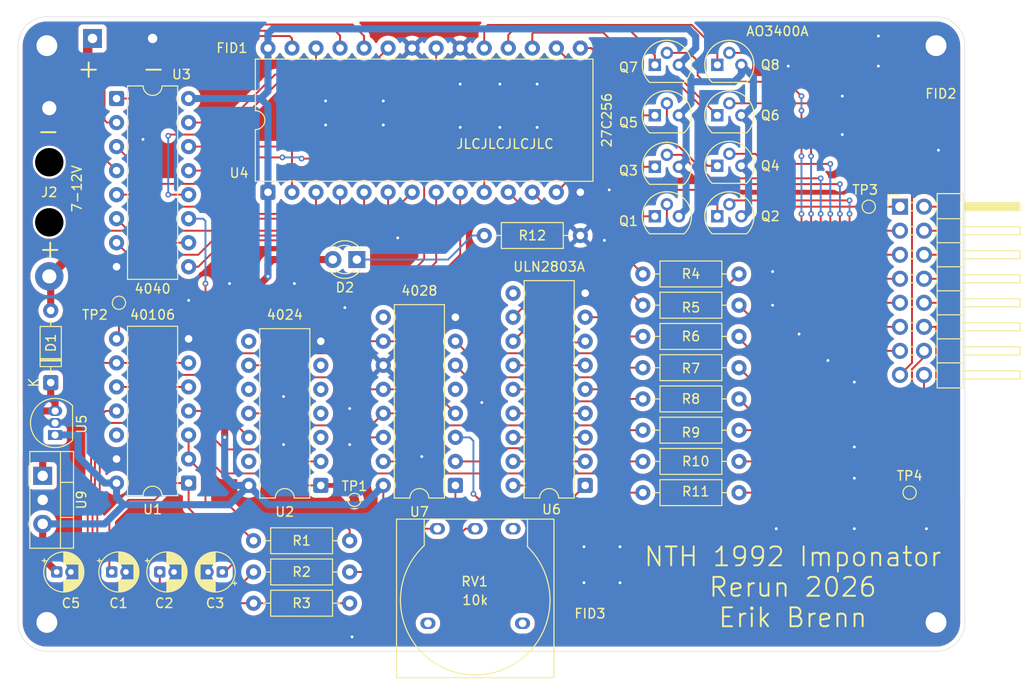
<source format=kicad_pcb>
(kicad_pcb (version 20241229) (generator "pcbnew") (generator_version "9.0")
  (title_block (title "Retro Imponator - Omega") (date "2026-03-01") (rev "1.0") (company "Erik Brenn, 2026"))
  (layers (0 "F.Cu" signal) (2 "B.Cu" power) (13 "F.Paste" user) (15 "B.Paste" user) (5 "F.SilkS" user "F.Silkscreen") (7 "B.SilkS" user "B.Silkscreen") (1 "F.Mask" user) (3 "B.Mask" user) (25 "Edge.Cuts" user))
  (net 0 "")
  (net 1 "GND")
  (net 2 "Net-(C1-Pad1)")
  (net 3 "Net-(C2-Pad1)")
  (net 4 "Net-(C3-Pad1)")
  (net 5 "+5V")
  (net 6 "Net-(D1-A)")
  (net 7 "Net-(D1-K)")
  (net 8 "Net-(J1-Pin_12)")
  (net 9 "Net-(J1-Pin_1)")
  (net 10 "Net-(J1-Pin_9)")
  (net 11 "Net-(J1-Pin_10)")
  (net 12 "Net-(J1-Pin_3)")
  (net 13 "Net-(J1-Pin_15)")
  (net 14 "Net-(J1-Pin_11)")
  (net 15 "Net-(J1-Pin_13)")
  (net 16 "Net-(J1-Pin_4)")
  (net 17 "Net-(J1-Pin_2)")
  (net 18 "Net-(J1-Pin_14)")
  (net 19 "Net-(J1-Pin_16)")
  (net 20 "Net-(J1-Pin_8)")
  (net 21 "Net-(J1-Pin_7)")
  (net 22 "Net-(J1-Pin_5)")
  (net 23 "Net-(J1-Pin_6)")
  (net 24 "Net-(Q1-G)")
  (net 25 "Net-(Q2-G)")
  (net 26 "Net-(Q3-G)")
  (net 27 "Net-(Q4-G)")
  (net 28 "Net-(Q5-G)")
  (net 29 "Net-(Q6-G)")
  (net 30 "Net-(Q7-G)")
  (net 31 "Net-(Q8-G)")
  (net 32 "Net-(R1-Pad1)")
  (net 33 "Net-(R2-Pad2)")
  (net 34 "Net-(U6-O8)")
  (net 35 "Net-(U6-O7)")
  (net 36 "Net-(U6-O6)")
  (net 37 "Net-(U6-O5)")
  (net 38 "Net-(U6-O4)")
  (net 39 "Net-(U6-O3)")
  (net 40 "Net-(U6-O2)")
  (net 41 "Net-(U6-O1)")
  (net 43 "Net-(RV1-Pad2)")
  (net 44 "Net-(U2-MR)")
  (net 45 "Net-(U3-CLK)")
  (net 46 "Net-(U2-~{CLK})")
  (net 48 "Net-(U2-Q1)")
  (net 50 "Net-(U2-Q0)")
  (net 52 "Net-(U2-Q2)")
  (net 55 "Net-(U3-Q0)")
  (net 56 "Net-(U3-Q3)")
  (net 57 "Net-(U3-Q6)")
  (net 58 "Net-(U3-Q5)")
  (net 59 "Net-(U3-Q10)")
  (net 60 "Net-(U3-Q7)")
  (net 61 "Net-(U3-Q2)")
  (net 62 "Net-(U3-Q9)")
  (net 63 "Net-(U3-Q4)")
  (net 64 "Net-(U3-Q1)")
  (net 65 "Net-(U3-Q11)")
  (net 66 "Net-(U3-Q8)")
  (net 67 "Net-(U6-I5)")
  (net 68 "Net-(U6-I3)")
  (net 69 "Net-(U6-I4)")
  (net 70 "Net-(U6-I2)")
  (net 72 "Net-(U6-I1)")
  (net 73 "Net-(U6-I8)")
  (net 74 "Net-(U6-I7)")
  (net 75 "Net-(U6-I6)")
  (net 78 "Net-(D2-K)")
  (footprint "ezee-footprints:Potentiometer_Wheel_3pin_Pitch4mm" (layer "F.Cu") (at 143.892 111.76)
    (property "Reference" "RV1" (hide yes))
    (property "Value" "10k")
  )
  (footprint "Package_TO_SOT_THT:TO-92" (layer "F.Cu") (at 173.482 73.406)
    (property "Reference" "Q4" (hide yes))
    (property "Value" "AO3400A" (hide yes))
  )
  (footprint "Fiducial:Fiducial_1mm_Mask2mm" (layer "F.Cu") (at 120.904 63.246)
    (property "Reference" "FID1")
    (property "Value" "1mm" (hide yes))
  )
  (footprint "Resistor_THT:R_Axial_DIN0207_L6.3mm_D2.5mm_P10.16mm_Horizontal" (layer "F.Cu") (at 165.608 107.95)
    (property "Reference" "R11")
    (property "Value" "330" (hide yes))
  )
  (footprint "Package_TO_SOT_THT:TO-92" (layer "F.Cu") (at 173.482 78.74)
    (property "Reference" "Q2" (hide yes))
    (property "Value" "AO3400A" (hide yes))
  )
  (footprint "ezee-footprints:TestPoint_Hook" (layer "F.Cu") (at 107.442 59.944)
    (property "Reference" "TPH1" (hide yes))
    (property "Value" "TestPoint_Hook" (hide yes))
  )
  (footprint "Resistor_THT:R_Axial_DIN0207_L6.3mm_D2.5mm_P10.16mm_Horizontal" (layer "F.Cu") (at 134.62 119.634 180)
    (property "Reference" "R3")
    (property "Value" "470k" (hide yes))
  )
  (footprint "Package_DIP:DIP-16_W7.62mm" (layer "F.Cu") (at 145.796 107.188 180)
    (property "Reference" "U7" (hide yes))
    (property "Value" "4028")
  )
  (footprint "Package_DIP:DIP-18_W7.62mm" (layer "F.Cu") (at 159.512 107.188 180)
    (property "Reference" "U6" (hide yes))
    (property "Value" "ULN2803A")
  )
  (footprint "Capacitor_THT:CP_Radial_D4.0mm_P1.50mm" (layer "F.Cu") (at 114.554 116.332)
    (property "Reference" "C2")
    (property "Value" "10u" (hide yes))
  )
  (footprint "ezee-footprints:TestPoint_Pad_D1.0mm" (layer "F.Cu") (at 135.128 108.712)
    (property "Reference" "TP1")
    (property "Value" "TestPoint" (hide yes))
  )
  (footprint "Package_TO_SOT_THT:TO-92" (layer "F.Cu") (at 166.878 73.512)
    (property "Reference" "Q3" (hide yes))
    (property "Value" "AO3400A" (hide yes))
  )
  (footprint "Package_TO_SOT_THT:TO-92" (layer "F.Cu") (at 166.878 78.74)
    (property "Reference" "Q1" (hide yes))
    (property "Value" "AO3400A" (hide yes))
  )
  (footprint "Fiducial:Fiducial_1mm_Mask2mm" (layer "F.Cu") (at 160.02 122.682)
    (property "Reference" "FID3")
    (property "Value" "1mm" (hide yes))
  )
  (footprint "Resistor_THT:R_Axial_DIN0207_L6.3mm_D2.5mm_P10.16mm_Horizontal" (layer "F.Cu") (at 165.608 104.648)
    (property "Reference" "R10")
    (property "Value" "330" (hide yes))
  )
  (footprint "Resistor_THT:R_Axial_DIN0207_L6.3mm_D2.5mm_P10.16mm_Horizontal" (layer "F.Cu") (at 165.608 84.836)
    (property "Reference" "R4")
    (property "Value" "330" (hide yes))
  )
  (footprint "Resistor_THT:R_Axial_DIN0207_L6.3mm_D2.5mm_P10.16mm_Horizontal" (layer "F.Cu") (at 159.004 80.772 180)
    (property "Reference" "R12")
    (property "Value" "360")
  )
  (footprint "Resistor_THT:R_Axial_DIN0207_L6.3mm_D2.5mm_P10.16mm_Horizontal" (layer "F.Cu") (at 165.608 91.44)
    (property "Reference" "R6")
    (property "Value" "330" (hide yes))
  )
  (footprint "ezee-footprints:TestPoint_Pad_D1.0mm" (layer "F.Cu") (at 189.484 77.724)
    (property "Reference" "TP3")
    (property "Value" "TestPoint" (hide yes))
  )
  (footprint "Capacitor_THT:CP_Radial_D4.0mm_P1.50mm" (layer "F.Cu") (at 121.158 116.332 180)
    (property "Reference" "C3")
    (property "Value" "0.1u" (hide yes))
  )
  (footprint "Resistor_THT:R_Axial_DIN0207_L6.3mm_D2.5mm_P10.16mm_Horizontal" (layer "F.Cu") (at 165.608 88.138)
    (property "Reference" "R5")
    (property "Value" "330" (hide yes))
  )
  (footprint "Capacitor_THT:CP_Radial_D4.0mm_P1.50mm" (layer "F.Cu") (at 103.656 116.332)
    (property "Reference" "C5")
    (property "Value" "0.1u" (hide yes))
  )
  (footprint "Resistor_THT:R_Axial_DIN0207_L6.3mm_D2.5mm_P10.16mm_Horizontal" (layer "F.Cu") (at 165.608 94.742)
    (property "Reference" "R7")
    (property "Value" "330" (hide yes))
  )
  (footprint "MountingHole:MountingHole_2.2mm_M2_DIN965_Pad" (layer "F.Cu") (at 196.596 60.706)
    (property "Reference" "MH4" (hide yes))
    (property "Value" "M3" (hide yes))
  )
  (footprint "ezee-footprints:Battery_Terminals" (layer "F.Cu") (at 102.87 85.09 90)
    (property "Reference" "J2" (hide yes))
    (property "Value" "7-12V")
  )
  (footprint "ezee-footprints:TestPoint_Hook" (layer "F.Cu") (at 113.792 59.944)
    (property "Reference" "TPH2" (hide yes))
    (property "Value" "TestPoint_Hook" (hide yes))
  )
  (footprint "Resistor_THT:R_Axial_DIN0207_L6.3mm_D2.5mm_P10.16mm_Horizontal" (layer "F.Cu") (at 134.62 113.03 180)
    (property "Reference" "R1")
    (property "Value" "8.2k" (hide yes))
  )
  (footprint "Package_TO_SOT_THT:TO-220-3_Vertical" (layer "F.Cu") (at 102.174 106.172 -90)
    (property "Reference" "U9")
    (property "Value" "L7805" (hide yes))
  )
  (footprint "Resistor_THT:R_Axial_DIN0207_L6.3mm_D2.5mm_P10.16mm_Horizontal" (layer "F.Cu") (at 124.46 116.332)
    (property "Reference" "R2")
    (property "Value" "5.6k" (hide yes))
  )
  (footprint "LED_THT:LED_D3.0mm" (layer "F.Cu") (at 135.382 83.312 180)
    (property "Reference" "D2")
    (property "Value" "LED")
  )
  (footprint "Connector_PinHeader_2.54mm:PinHeader_2x08_P2.54mm_Horizontal" (layer "F.Cu") (at 192.786 77.724)
    (property "Reference" "J1" (hide yes))
    (property "Value" "Conn_02x08_Odd_Even" (hide yes))
  )
  (footprint "MountingHole:MountingHole_2.2mm_M2_DIN965_Pad" (layer "F.Cu") (at 196.596 121.666)
    (property "Reference" "MH3" (hide yes))
    (property "Value" "M3" (hide yes))
  )
  (footprint "Resistor_THT:R_Axial_DIN0207_L6.3mm_D2.5mm_P10.16mm_Horizontal" (layer "F.Cu") (at 165.608 98.044)
    (property "Reference" "R8")
    (property "Value" "330" (hide yes))
  )
  (footprint "Package_TO_SOT_THT:TO-92_Inline" (layer "F.Cu") (at 103.484 101.854 90)
    (property "Reference" "U5")
    (property "Value" "LM78L05" (hide yes))
  )
  (footprint "Package_DIP:DIP-16_W7.62mm" (layer "F.Cu") (at 109.982 66.294)
    (property "Reference" "U3" (hide yes))
    (property "Value" "4040")
  )
  (footprint "Package_DIP:DIP-14_W7.62mm" (layer "F.Cu") (at 117.597 106.934 180)
    (property "Reference" "U1" (hide yes))
    (property "Value" "40106")
  )
  (footprint "MountingHole:MountingHole_2.2mm_M2_DIN965_Pad" (layer "F.Cu") (at 102.616 60.706)
    (property "Reference" "MH1" (hide yes))
    (property "Value" "M3" (hide yes))
  )
  (footprint "MountingHole:MountingHole_2.2mm_M2_DIN965_Pad" (layer "F.Cu") (at 102.616 121.666)
    (property "Reference" "MH2" (hide yes))
    (property "Value" "M3" (hide yes))
  )
  (footprint "Package_DIP:DIP-14_W7.62mm" (layer "F.Cu") (at 131.572 107.188 180)
    (property "Reference" "U2" (hide yes))
    (property "Value" "4024")
  )
  (footprint "Package_TO_SOT_THT:TO-92" (layer "F.Cu") (at 173.482 62.738)
    (property "Reference" "Q8" (hide yes))
    (property "Value" "AO3400A")
  )
  (footprint "ezee-footprints:TestPoint_Pad_D1.0mm" (layer "F.Cu") (at 193.802 107.95)
    (property "Reference" "TP4")
    (property "Value" "TestPoint" (hide yes))
  )
  (footprint "Diode_THT:D_DO-35_SOD27_P7.62mm_Horizontal" (layer "F.Cu") (at 103.0224 96.3168 90)
    (property "Reference" "D1")
    (property "Value" "1N4148" (hide yes))
  )
  (footprint "Capacitor_THT:CP_Radial_D4.0mm_P1.50mm" (layer "F.Cu") (at 109.474 116.332)
    (property "Reference" "C1")
    (property "Value" "0.1u" (hide yes))
  )
  (footprint "Package_DIP:DIP-28_W15.24mm" (layer "F.Cu") (at 125.984 76.2 90)
    (property "Reference" "U4" (hide yes))
    (property "Value" "27C256")
  )
  (footprint "Resistor_THT:R_Axial_DIN0207_L6.3mm_D2.5mm_P10.16mm_Horizontal" (layer "F.Cu") (at 165.608 101.346)
    (property "Reference" "R9")
    (property "Value" "330" (hide yes))
  )
  (footprint "Package_TO_SOT_THT:TO-92" (layer "F.Cu") (at 166.878 62.738)
    (property "Reference" "Q7" (hide yes))
    (property "Value" "AO3400A" (hide yes))
  )
  (footprint "Package_TO_SOT_THT:TO-92" (layer "F.Cu") (at 173.482 68.072)
    (property "Reference" "Q6" (hide yes))
    (property "Value" "AO3400A" (hide yes))
  )
  (footprint "Package_TO_SOT_THT:TO-92" (layer "F.Cu") (at 166.878 68.072)
    (property "Reference" "Q5" (hide yes))
    (property "Value" "AO3400A" (hide yes))
  )
  (footprint "Fiducial:Fiducial_1mm_Mask2mm" (layer "F.Cu") (at 197.104 68.072)
    (property "Reference" "FID2")
    (property "Value" "1mm" (hide yes))
  )
  (footprint "ezee-footprints:TestPoint_Pad_D1.0mm" (layer "F.Cu") (at 110.236 87.884)
    (property "Reference" "TP2")
    (property "Value" "TestPoint" (hide yes))
  )
  (gr_line (start 99.568 121.666) (end 99.568 60.706) (stroke (width 0.05)) (layer "Edge.Cuts"))
  (gr_arc (start 196.596 57.658) (mid 198.751261 58.550739) (end 199.644 60.706) (stroke (width 0.05)) (layer "Edge.Cuts"))
  (gr_line (start 199.644 60.706) (end 199.644 121.666) (stroke (width 0.05)) (layer "Edge.Cuts"))
  (gr_arc (start 199.644 121.666) (mid 198.751261 123.821261) (end 196.596 124.714) (stroke (width 0.05)) (layer "Edge.Cuts"))
  (gr_line (start 196.596 124.714) (end 102.616 124.714) (stroke (width 0.05)) (layer "Edge.Cuts"))
  (gr_arc (start 102.616 124.714) (mid 100.460739 123.821261) (end 99.568 121.666) (stroke (width 0.05)) (layer "Edge.Cuts"))
  (gr_arc (start 99.568 60.706) (mid 100.460739 58.550739) (end 102.616 57.658) (stroke (width 0.05)) (layer "Edge.Cuts"))
  (gr_line (start 102.616 57.658) (end 196.596 57.658) (stroke (width 0.05)) (layer "Edge.Cuts"))
  (gr_text "JLCJLCJLCJLC" (at 145.796 71.6788 0) (layer "F.SilkS") (effects (font (size 1 1)) (justify left bottom)))
  (gr_text "-" (at 112.522 64.262 0) (layer "F.SilkS") (effects (font (size 2 2) (thickness 0.2)) (justify left bottom)))
  (gr_text "+" (at 101.6 83.312 0) (layer "F.SilkS") (effects (font (size 2 2) (thickness 0.2)) (justify left bottom)))
  (gr_text "-" (at 104.14 68.834 180) (layer "F.SilkS") (effects (font (size 2 2) (thickness 0.2)) (justify left bottom)))
  (gr_text "+" (at 105.664 64.262 0) (layer "F.SilkS") (effects (font (size 2 2) (thickness 0.2)) (justify left bottom)))
  (gr_text "NTH 1992 Imponator\nRerun 2026\nErik Brenn" (at 181.4576 122.3264 0) (layer "F.SilkS") (effects (font (size 2 2) (thickness 0.2)) (justify bottom)))
  (via (at 138.176 69.088) (size 0.6) (drill 0.3) (layers "F.Cu" "B.Cu") (net 1))
  (via (at 186.69 66.04) (size 0.6) (drill 0.3) (layers "F.Cu" "B.Cu") (net 1))
  (via (at 142.24 104.14) (size 0.6) (drill 0.3) (layers "F.Cu" "B.Cu") (net 1))
  (via (at 187.96 103.124) (size 0.6) (drill 0.3) (layers "F.Cu" "B.Cu") (net 1))
  (via (at 190.5 59.69) (size 0.6) (drill 0.3) (layers "F.Cu" "B.Cu") (net 1))
  (via (at 138.176 66.548) (size 0.6) (drill 0.3) (layers "F.Cu" "B.Cu") (net 1))
  (via (at 187.96 106.426) (size 0.6) (drill 0.3) (layers "F.Cu" "B.Cu") (net 1))
  (via (at 127.635 97.79) (size 0.6) (drill 0.3) (layers "F.Cu" "B.Cu") (net 1))
  (via (at 196.85 71.755) (size 0.6) (drill 0.3) (layers "F.Cu" "B.Cu") (net 1))
  (via (at 146.304 64.77) (size 0.6) (drill 0.3) (layers "F.Cu" "B.Cu") (net 1))
  (via (at 128.778 85.852) (size 0.6) (drill 0.3) (layers "F.Cu" "B.Cu") (net 1))
  (via (at 190.5 62.865) (size 0.6) (drill 0.3) (layers "F.Cu" "B.Cu") (net 1))
  (via (at 150.495 64.77) (size 0.6) (drill 0.3) (layers "F.Cu" "B.Cu") (net 1))
  (via (at 162.052 75.946) (size 0.6) (drill 0.3) (layers "F.Cu" "B.Cu") (net 1))
  (via (at 187.96 96.266) (size 0.6) (drill 0.3) (layers "F.Cu" "B.Cu") (net 1))
  (via (at 187.96 111.76) (size 0.6) (drill 0.3) (layers "F.Cu" "B.Cu") (net 1))
  (via (at 161.544 81.28) (size 0.6) (drill 0.3) (layers "F.Cu" "B.Cu") (net 1))
  (via (at 117.602 87.63) (size 0.6) (drill 0.3) (layers "F.Cu" "B.Cu") (net 1))
  (via (at 179.705 111.76) (size 0.6) (drill 0.3) (layers "F.Cu" "B.Cu") (net 1))
  (via (at 139.7 81.026) (size 0.6) (drill 0.3) (layers "F.Cu" "B.Cu") (net 1))
  (via (at 163.195 113.665) (size 0.6) (drill 0.3) (layers "F.Cu" "B.Cu") (net 1))
  (via (at 132.08 66.548) (size 0.6) (drill 0.3) (layers "F.Cu" "B.Cu") (net 1))
  (via (at 146.304 69.342) (size 0.6) (drill 0.3) (layers "F.Cu" "B.Cu") (net 1))
  (via (at 179.324 84.582) (size 0.6) (drill 0.3) (layers "F.Cu" "B.Cu") (net 1))
  (via (at 132.08 69.088) (size 0.6) (drill 0.3) (layers "F.Cu" "B.Cu") (net 1))
  (via (at 179.324 88.138) (size 0.6) (drill 0.3) (layers "F.Cu" "B.Cu") (net 1))
  (via (at 121.92 85.852) (size 0.6) (drill 0.3) (layers "F.Cu" "B.Cu") (net 1))
  (via (at 134.62 102.87) (size 0.6) (drill 0.3) (layers "F.Cu" "B.Cu") (net 1))
  (via (at 159.385 113.665) (size 0.6) (drill 0.3) (layers "F.Cu" "B.Cu") (net 1))
  (via (at 154.432 69.342) (size 0.6) (drill 0.3) (layers "F.Cu" "B.Cu") (net 1))
  (via (at 185.166 93.98) (size 0.6) (drill 0.3) (layers "F.Cu" "B.Cu") (net 1))
  (via (at 180.975 62.865) (size 0.6) (drill 0.3) (layers "F.Cu" "B.Cu") (net 1))
  (via (at 134.62 99.06) (size 0.6) (drill 0.3) (layers "F.Cu" "B.Cu") (net 1))
  (via (at 195.58 111.76) (size 0.6) (drill 0.3) (layers "F.Cu" "B.Cu") (net 1))
  (via (at 148.59 98.425) (size 0.6) (drill 0.3) (layers "F.Cu" "B.Cu") (net 1))
  (via (at 112.776 70.612) (size 0.6) (drill 0.3) (layers "F.Cu" "B.Cu") (net 1))
  (via (at 154.432 64.77) (size 0.6) (drill 0.3) (layers "F.Cu" "B.Cu") (net 1))
  (via (at 182.118 91.186) (size 0.6) (drill 0.3) (layers "F.Cu" "B.Cu") (net 1))
  (via (at 150.495 69.342) (size 0.6) (drill 0.3) (layers "F.Cu" "B.Cu") (net 1))
  (via (at 186.69 70.104) (size 0.6) (drill 0.3) (layers "F.Cu" "B.Cu") (net 1))
  (via (at 127.635 102.87) (size 0.6) (drill 0.3) (layers "F.Cu" "B.Cu") (net 1))
  (via (at 163.195 117.475) (size 0.6) (drill 0.3) (layers "F.Cu" "B.Cu") (net 1))
  (via (at 134.874 123.19) (size 0.6) (drill 0.3) (layers "F.Cu" "B.Cu") (net 1))
  (via (at 159.385 117.475) (size 0.6) (drill 0.3) (layers "F.Cu" "B.Cu") (net 1))
  (via (at 134.112 88.392) (size 0.6) (drill 0.3) (layers "F.Cu" "B.Cu") (net 1))
  (segment (start 109.474 116.332) (end 109.474 116.078) (width 0.2) (layer "F.Cu") (net 2))
  (segment (start 109.474 116.078) (end 109.22 115.824) (width 0.2) (layer "F.Cu") (net 2))
  (segment (start 121.92 110.49) (end 124.46 113.03) (width 0.2) (layer "F.Cu") (net 2))
  (segment (start 118.491 110.49) (end 121.92 110.49) (width 0.2) (layer "F.Cu") (net 2))
  (segment (start 111.252 108.712) (end 114.046 108.712) (width 0.2) (layer "F.Cu") (net 2))
  (segment (start 115.824 106.934) (end 117.597 106.934) (width 0.2) (layer "F.Cu") (net 2))
  (segment (start 117.597 106.934) (end 117.597 109.596) (width 0.2) (layer "F.Cu") (net 2))
  (segment (start 114.046 108.712) (end 115.824 106.934) (width 0.2) (layer "F.Cu") (net 2))
  (segment (start 117.597 109.596) (end 118.491 110.49) (width 0.2) (layer "F.Cu") (net 2))
  (segment (start 109.22 115.824) (end 109.22 110.744) (width 0.2) (layer "F.Cu") (net 2))
  (segment (start 109.22 110.744) (end 111.252 108.712) (width 0.2) (layer "F.Cu") (net 2))
  (segment (start 107.95 118.364) (end 108.712 119.126) (width 0.2) (layer "F.Cu") (net 3))
  (segment (start 113.792 119.126) (end 114.554 118.364) (width 0.2) (layer "F.Cu") (net 3))
  (segment (start 112.268 100.584) (end 108.585 100.584) (width 0.2) (layer "F.Cu") (net 3))
  (segment (start 108.712 119.126) (end 113.792 119.126) (width 0.2) (layer "F.Cu") (net 3))
  (segment (start 122.936 117.856) (end 114.554 117.856) (width 0.2) (layer "F.Cu") (net 3))
  (segment (start 114.554 118.364) (end 114.554 117.856) (width 0.2) (layer "F.Cu") (net 3))
  (segment (start 108.204 100.965) (end 108.204 108.204) (width 0.2) (layer "F.Cu") (net 3))
  (segment (start 108.204 108.204) (end 107.95 108.458) (width 0.2) (layer "F.Cu") (net 3))
  (segment (start 124.46 116.332) (end 122.936 117.856) (width 0.2) (layer "F.Cu") (net 3))
  (segment (start 114.554 117.856) (end 114.554 116.332) (width 0.2) (layer "F.Cu") (net 3))
  (segment (start 117.597 96.774) (end 116.078 96.774) (width 0.2) (layer "F.Cu") (net 3))
  (segment (start 107.95 108.458) (end 107.95 118.364) (width 0.2) (layer "F.Cu") (net 3))
  (segment (start 116.078 96.774) (end 112.268 100.584) (width 0.2) (layer "F.Cu") (net 3))
  (segment (start 108.585 100.584) (end 108.204 100.965) (width 0.2) (layer "F.Cu") (net 3))
  (segment (start 124.46 119.634) (end 107.95 119.634) (width 0.2) (layer "F.Cu") (net 4))
  (segment (start 107.696 100.457) (end 108.839 99.314) (width 0.2) (layer "F.Cu") (net 4))
  (segment (start 125.73 119.634) (end 125.984 119.38) (width 0.2) (layer "F.Cu") (net 4))
  (segment (start 124.46 119.634) (end 125.73 119.634) (width 0.2) (layer "F.Cu") (net 4))
  (segment (start 107.95 119.634) (end 107.442 119.126) (width 0.2) (layer "F.Cu") (net 4))
  (segment (start 125.476 114.808) (end 122.936 114.808) (width 0.2) (layer "F.Cu") (net 4))
  (segment (start 121.412 116.078) (end 121.158 116.332) (width 0.2) (layer "F.Cu") (net 4))
  (segment (start 107.696 108.077) (end 107.696 100.457) (width 0.2) (layer "F.Cu") (net 4))
  (segment (start 125.984 119.38) (end 125.984 115.316) (width 0.2) (layer "F.Cu") (net 4))
  (segment (start 107.442 119.126) (end 107.442 108.331) (width 0.2) (layer "F.Cu") (net 4))
  (segment (start 107.442 108.331) (end 107.696 108.077) (width 0.2) (layer "F.Cu") (net 4))
  (segment (start 125.984 115.316) (end 125.476 114.808) (width 0.2) (layer "F.Cu") (net 4))
  (segment (start 122.936 114.808) (end 121.666 116.078) (width 0.2) (layer "F.Cu") (net 4))
  (segment (start 121.666 116.078) (end 121.412 116.078) (width 0.2) (layer "F.Cu") (net 4))
  (segment (start 108.839 99.314) (end 109.977 99.314) (width 0.2) (layer "F.Cu") (net 4))
  (segment (start 102.174 114.85) (end 103.656 116.332) (width 0.75) (layer "F.Cu") (net 5))
  (segment (start 136.652 114.681) (end 138.176 113.157) (width 0.2) (layer "F.Cu") (net 5))
  (segment (start 138.176 113.157) (end 138.176 107.188) (width 0.2) (layer "F.Cu") (net 5))
  (segment (start 121.412 102.108) (end 121.412 89.662) (width 0.75) (layer "F.Cu") (net 5))
  (segment (start 126.492 83.312) (end 132.842 83.312) (width 0.75) (layer "F.Cu") (net 5))
  (segment (start 102.174 111.252) (end 102.174 114.85) (width 0.75) (layer "F.Cu") (net 5))
  (segment (start 133.35 114.681) (end 136.652 114.681) (width 0.2) (layer "F.Cu") (net 5))
  (segment (start 125.984 85.09) (end 125.984 83.82) (width 0.75) (layer "F.Cu") (net 5))
  (segment (start 125.984 83.82) (end 126.492 83.312) (width 0.75) (layer "F.Cu") (net 5))
  (segment (start 134.62 119.634) (end 133.223 119.634) (width 0.2) (layer "F.Cu") (net 5))
  (segment (start 133.223 114.808) (end 133.35 114.681) (width 0.2) (layer "F.Cu") (net 5))
  (segment (start 133.223 119.634) (end 133.223 114.808) (width 0.2) (layer "F.Cu") (net 5))
  (segment (start 121.412 89.662) (end 125.984 85.09) (width 0.75) (layer "F.Cu") (net 5))
  (via (at 125.984 85.09) (size 0.6) (drill 0.3) (layers "F.Cu" "B.Cu") (net 5))
  (via (at 121.412 102.108) (size 0.6) (drill 0.3) (layers "F.Cu" "B.Cu") (net 5))
  (segment (start 176.022 68.072) (end 176.276 68.072) (width 0.75) (layer "B.Cu") (net 5))
  (segment (start 176.784 72.644) (end 176.784 68.834) (width 0.75) (layer "B.Cu") (net 5))
  (segment (start 109.977 106.934) (end 108.712 106.934) (width 0.75) (layer "B.Cu") (net 5))
  (segment (start 175.26 64.516) (end 170.688 64.516) (width 0.75) (layer "B.Cu") (net 5))
  (segment (start 176.022 62.738) (end 176.022 63.754) (width 0.75) (layer "B.Cu") (net 5))
  (segment (start 177.292 64.008) (end 176.022 62.738) (width 0.75) (layer "B.Cu") (net 5))
  (segment (start 176.276 78.74) (end 176.784 78.232) (width 0.75) (layer "B.Cu") (net 5))
  (segment (start 125.984 65.532) (end 125.222 66.294) (width 0.75) (layer "B.Cu") (net 5))
  (segment (start 125.984 59.436) (end 125.984 60.96) (width 0.75) (layer "B.Cu") (net 5))
  (segment (start 117.602 66.294) (end 125.222 66.294) (width 0.75) (layer "B.Cu") (net 5))
  (segment (start 176.784 68.834) (end 176.022 68.072) (width 0.75) (layer "B.Cu") (net 5))
  (segment (start 125.984 60.96) (end 125.984 65.532) (width 0.75) (layer "B.Cu") (net 5))
  (segment (start 121.412 106.172) (end 121.412 102.108) (width 0.75) (layer "B.Cu") (net 5))
  (segment (start 170.688 66.802) (end 169.418 68.072) (width 0.75) (layer "B.Cu") (net 5))
  (segment (start 109.977 106.934) (end 109.977 108.453) (width 0.75) (layer "B.Cu") (net 5))
  (segment (start 126.492 58.928) (end 125.984 59.436) (width 0.75) (layer "B.Cu") (net 5))
  (segment (start 176.276 68.072) (end 177.292 67.056) (width 0.75) (layer "B.Cu") (net 5))
  (segment (start 170.18 68.834) (end 170.18 72.75) (width 0.75) (layer "B.Cu") (net 5))
  (segment (start 110.744 109.22) (end 121.92 109.22) (width 0.75) (layer "B.Cu") (net 5))
  (segment (start 125.984 85.09) (end 125.984 76.2) (width 0.75) (layer "B.Cu") (net 5))
  (segment (start 169.418 62.738) (end 171.196 60.96) (width 0.75) (layer "B.Cu") (net 5))
  (segment (start 176.022 78.74) (end 176.276 78.74) (width 0.75) (layer "B.Cu") (net 5))
  (segment (start 170.688 64.516) (end 170.688 66.802) (width 0.75) (layer "B.Cu") (net 5))
  (segment (start 169.418 68.072) (end 170.18 68.834) (width 0.75) (layer "B.Cu") (net 5))
  (segment (start 123.952 107.188) (end 122.428 107.188) (width 0.75) (layer "B.Cu") (net 5))
  (segment (start 108.712 106.934) (end 105.918 104.14) (width 0.75) (layer "B.Cu") (net 5))
  (segment (start 170.408 58.928) (end 126.492 58.928) (width 0.75) (layer "B.Cu") (net 5))
  (segment (start 122.428 107.188) (end 121.412 106.172) (width 0.75) (layer "B.Cu") (net 5))
  (segment (start 177.292 67.056) (end 177.292 64.008) (width 0.75) (layer "B.Cu") (net 5))
  (segment (start 171.196 60.96) (end 171.196 59.716) (width 0.75) (layer "B.Cu") (net 5))
  (segment (start 171.196 59.716) (end 170.408 58.928) (width 0.75) (layer "B.Cu") (net 5))
  (segment (start 105.918 104.14) (end 105.918 101.854) (width 0.75) (layer "B.Cu") (net 5))
  (segment (start 105.918 101.854) (end 103.484 101.854) (width 0.75) (layer "B.Cu") (net 5))
  (segment (start 170.18 77.978) (end 170.18 74.274) (width 0.75) (layer "B.Cu") (net 5))
  (segment (start 125.984 67.056) (end 125.984 76.2) (width 0.75) (layer "B.Cu") (net 5))
  (segment (start 169.418 62.738) (end 170.688 64.008) (width 0.75) (layer "B.Cu") (net 5))
  (segment (start 176.022 63.754) (end 175.26 64.516) (width 0.75) (layer "B.Cu") (net 5))
  (segment (start 102.174 111.252) (end 108.712 111.252) (width 0.75) (layer "B.Cu") (net 5))
  (segment (start 109.977 108.453) (end 110.744 109.22) (width 0.75) (layer "B.Cu") (net 5))
  (segment (start 170.18 72.75) (end 169.418 73.512) (width 0.75) (layer "B.Cu") (net 5))
  (segment (start 121.92 109.22) (end 123.952 107.188) (width 0.75) (layer "B.Cu") (net 5))
  (segment (start 125.222 66.294) (end 125.984 67.056) (width 0.75) (layer "B.Cu") (net 5))
  (segment (start 176.784 78.232) (end 176.784 74.168) (width 0.75) (layer "B.Cu") (net 5))
  (segment (start 136.144 109.22) (end 138.176 107.188) (width 0.75) (layer "B.Cu") (net 5))
  (segment (start 176.784 74.168) (end 176.022 73.406) (width 0.75) (layer "B.Cu") (net 5))
  (segment (start 125.984 109.22) (end 136.144 109.22) (width 0.75) (layer "B.Cu") (net 5))
  (segment (start 123.952 107.188) (end 125.984 109.22) (width 0.75) (layer "B.Cu") (net 5))
  (segment (start 169.418 78.74) (end 170.18 77.978) (width 0.75) (layer "B.Cu") (net 5))
  (segment (start 170.688 64.008) (end 170.688 64.516) (width 0.75) (layer "B.Cu") (net 5))
  (segment (start 108.712 111.252) (end 110.744 109.22) (width 0.75) (layer "B.Cu") (net 5))
  (segment (start 176.022 73.406) (end 176.784 72.644) (width 0.75) (layer "B.Cu") (net 5))
  (segment (start 170.18 74.274) (end 169.418 73.512) (width 0.75) (layer "B.Cu") (net 5))
  (segment (start 103.378 85.598) (end 102.87 85.09) (width 1) (layer "F.Cu") (net 6))
  (segment (start 106.68 81.28) (end 106.68 66.04) (width 1) (layer "F.Cu") (net 6))
  (segment (start 103.0224 88.6968) (end 103.0224 85.2424) (width 0.75) (layer "F.Cu") (net 6))
  (segment (start 106.934 65.786) (end 106.934 60.452) (width 1) (layer "F.Cu") (net 6))
  (segment (start 106.68 66.04) (end 106.934 65.786) (width 1) (layer "F.Cu") (net 6))
  (segment (start 103.0224 85.2424) (end 102.87 85.09) (width 0.75) (layer "F.Cu") (net 6))
  (segment (start 106.934 60.452) (end 107.442 59.944) (width 1) (layer "F.Cu") (net 6))
  (segment (start 102.87 85.09) (end 106.68 81.28) (width 1) (layer "F.Cu") (net 6))
  (segment (start 103.378 99.208) (end 103.484 99.314) (width 0.75) (layer "F.Cu") (net 7))
  (segment (start 103.484 98.404) (end 103.0224 97.9424) (width 0.75) (layer "F.Cu") (net 7))
  (segment (start 103.0224 96.3168) (end 103.378 96.6724) (width 0.75) (layer "F.Cu") (net 7))
  (segment (start 102.174 104.46) (end 100.711 102.997) (width 0.75) (layer "F.Cu") (net 7))
  (segment (start 102.174 106.172) (end 102.174 104.46) (width 0.75) (layer "F.Cu") (net 7))
  (segment (start 103.484 99.314) (end 103.484 98.404) (width 0.75) (layer "F.Cu") (net 7))
  (segment (start 100.711 102.997) (end 100.711 99.314) (width 0.75) (layer "F.Cu") (net 7))
  (segment (start 103.0224 97.9424) (end 103.0224 96.3168) (width 0.75) (layer "F.Cu") (net 7))
  (segment (start 100.711 99.314) (end 103.484 99.314) (width 0.75) (layer "F.Cu") (net 7))
  (segment (start 196.6176 99.225) (end 196.6176 90.3948) (width 0.2) (layer "F.Cu") (net 8))
  (segment (start 196.4778 99.3648) (end 196.6176 99.225) (width 0.2) (layer "F.Cu") (net 8))
  (segment (start 175.768 91.6432) (end 183.4896 99.3648) (width 0.2) (layer "F.Cu") (net 8))
  (segment (start 196.5884 90.424) (end 195.326 90.424) (width 0.2) (layer "F.Cu") (net 8))
  (segment (start 196.6176 90.3948) (end 196.5884 90.424) (width 0.2) (layer "F.Cu") (net 8))
  (segment (start 175.768 91.44) (end 175.768 91.6432) (width 0.2) (layer "F.Cu") (net 8))
  (segment (start 183.4896 99.3648) (end 196.4778 99.3648) (width 0.2) (layer "F.Cu") (net 8))
  (segment (start 168.148 79.7052) (end 168.5544 80.1116) (width 0.2) (layer "F.Cu") (net 9))
  (segment (start 168.148 77.47) (end 168.148 79.7052) (width 0.2) (layer "F.Cu") (net 9))
  (segment (start 168.5544 80.1116) (end 177.4952 80.1116) (width 0.2) (layer "F.Cu") (net 9))
  (segment (start 179.8828 77.724) (end 192.786 77.724) (width 0.2) (layer "F.Cu") (net 9))
  (segment (start 177.4952 80.1116) (end 179.8828 77.724) (width 0.2) (layer "F.Cu") (net 9))
  (segment (start 184.404 78.486) (end 184.404 86.614) (width 0.2) (layer "F.Cu") (net 10))
  (segment (start 184.404 74.7268) (end 172.787775 74.7268) (width 0.2) (layer "F.Cu") (net 10))
  (segment (start 172.787775 74.7268) (end 168.148 70.087025) (width 0.2) (layer "F.Cu") (net 10))
  (segment (start 185.674 87.884) (end 192.786 87.884) (width 0.2) (layer "F.Cu") (net 10))
  (segment (start 168.148 70.087025) (end 168.148 66.802) (width 0.2) (layer "F.Cu") (net 10))
  (segment (start 184.404 86.614) (end 185.674 87.884) (width 0.2) (layer "F.Cu") (net 10))
  (via (at 184.404 74.7268) (size 0.6) (drill 0.3) (layers "F.Cu" "B.Cu") (net 10))
  (via (at 184.404 78.486) (size 0.6) (drill 0.3) (layers "F.Cu" "B.Cu") (net 10))
  (segment (start 184.404 74.7268) (end 184.404 78.486) (width 0.2) (layer "B.Cu") (net 10))
  (segment (start 196.6385 99.7712) (end 197.0186 99.3911) (width 0.2) (layer "F.Cu") (net 11))
  (segment (start 180.7972 99.7712) (end 196.6385 99.7712) (width 0.2) (layer "F.Cu") (net 11))
  (segment (start 196.7484 87.884) (end 195.326 87.884) (width 0.2) (layer "F.Cu") (net 11))
  (segment (start 197.0186 88.1542) (end 196.7484 87.884) (width 0.2) (layer "F.Cu") (net 11))
  (segment (start 197.0186 99.3911) (end 197.0186 88.1542) (width 0.2) (layer "F.Cu") (net 11))
  (segment (start 175.768 94.742) (end 180.7972 99.7712) (width 0.2) (layer "F.Cu") (net 11))
  (segment (start 187.452 77.0636) (end 175.1584 77.0636) (width 0.2) (layer "F.Cu") (net 12))
  (segment (start 187.452 78.486) (end 187.452 80.01) (width 0.2) (layer "F.Cu") (net 12))
  (segment (start 175.1584 77.0636) (end 174.752 77.47) (width 0.2) (layer "F.Cu") (net 12))
  (segment (start 187.452 80.01) (end 187.706 80.264) (width 0.2) (layer "F.Cu") (net 12))
  (segment (start 187.706 80.264) (end 192.786 80.264) (width 0.2) (layer "F.Cu") (net 12))
  (via (at 187.452 77.0636) (size 0.6) (drill 0.3) (layers "F.Cu" "B.Cu") (net 12))
  (via (at 187.452 78.486) (size 0.6) (drill 0.3) (layers "F.Cu" "B.Cu") (net 12))
  (segment (start 187.452 77.0636) (end 187.452 78.486) (width 0.2) (layer "B.Cu") (net 12))
  (segment (start 174.752 61.468) (end 192.9892 61.468) (width 0.2) (layer "F.Cu") (net 13))
  (segment (start 194.056 94.234) (end 192.786 95.504) (width 0.2) (layer "F.Cu") (net 13))
  (segment (start 194.056 62.5348) (end 194.056 94.234) (width 0.2) (layer "F.Cu") (net 13))
  (segment (start 192.9892 61.468) (end 194.056 62.5348) (width 0.2) (layer "F.Cu") (net 13))
  (segment (start 183.388 66.802) (end 183.388 72.39) (width 0.2) (layer "F.Cu") (net 14))
  (segment (start 174.752 66.802) (end 183.388 66.802) (width 0.2) (layer "F.Cu") (net 14))
  (segment (start 183.388 78.486) (end 183.388 87.376) (width 0.2) (layer "F.Cu") (net 14))
  (segment (start 186.436 90.424) (end 192.786 90.424) (width 0.2) (layer "F.Cu") (net 14))
  (segment (start 183.388 87.376) (end 186.436 90.424) (width 0.2) (layer "F.Cu") (net 14))
  (via (at 183.388 72.39) (size 0.6) (drill 0.3) (layers "F.Cu" "B.Cu") (net 14))
  (via (at 183.388 78.486) (size 0.6) (drill 0.3) (layers "F.Cu" "B.Cu") (net 14))
  (segment (start 183.388 72.39) (end 183.388 78.486) (width 0.2) (layer "B.Cu") (net 14))
  (segment (start 172.0596 64.516) (end 171.3992 63.8556) (width 0.2) (layer "F.Cu") (net 15))
  (segment (start 182.372 87.376) (end 182.372 78.486) (width 0.2) (layer "F.Cu") (net 15))
  (segment (start 171.3992 63.8556) (end 171.3992 62.3316) (width 0.2) (layer "F.Cu") (net 15))
  (segment (start 182.372 67.564) (end 182.372 72.39) (width 0.2) (layer "F.Cu") (net 15))
  (segment (start 170.5356 61.468) (end 168.148 61.468) (width 0.2) (layer "F.Cu") (net 15))
  (segment (start 187.96 92.964) (end 192.786 92.964) (width 0.2) (layer "F.Cu") (net 15))
  (segment (start 182.372 66.04) (end 180.848 64.516) (width 0.2) (layer "F.Cu") (net 15))
  (segment (start 171.3992 62.3316) (end 170.5356 61.468) (width 0.2) (layer "F.Cu") (net 15))
  (segment (start 180.848 64.516) (end 172.0596 64.516) (width 0.2) (layer "F.Cu") (net 15))
  (segment (start 182.372 87.376) (end 187.96 92.964) (width 0.2) (layer "F.Cu") (net 15))
  (via (at 182.372 78.486) (size 0.6) (drill 0.3) (layers "F.Cu" "B.Cu") (net 15))
  (via (at 182.372 66.04) (size 0.6) (drill 0.3) (layers "F.Cu" "B.Cu") (net 15))
  (via (at 182.372 72.39) (size 0.6) (drill 0.3) (layers "F.Cu" "B.Cu") (net 15))
  (via (at 182.372 67.564) (size 0.6) (drill 0.3) (layers "F.Cu" "B.Cu") (net 15))
  (segment (start 182.372 66.04) (end 182.372 67.564) (width 0.2) (layer "B.Cu") (net 15))
  (segment (start 182.372 72.39) (end 182.372 78.486) (width 0.2) (layer "B.Cu") (net 15))
  (segment (start 198.1708 104.648) (end 198.388 104.4308) (width 0.2) (layer "F.Cu") (net 16))
  (segment (start 198.2724 80.3656) (end 198.1708 80.264) (width 0.2) (layer "F.Cu") (net 16))
  (segment (start 175.768 104.648) (end 198.1708 104.648) (width 0.2) (layer "F.Cu") (net 16))
  (segment (start 198.2724 104.3152) (end 198.2724 80.3656) (width 0.2) (layer "F.Cu") (net 16))
  (segment (start 198.388 104.4308) (end 198.2724 104.3152) (width 0.2) (layer "F.Cu") (net 16))
  (segment (start 198.1708 80.264) (end 195.326 80.264) (width 0.2) (layer "F.Cu") (net 16))
  (segment (start 175.768 107.95) (end 198.5264 107.95) (width 0.2) (layer "F.Cu") (net 17))
  (segment (start 198.789 77.8342) (end 198.6788 77.724) (width 0.2) (layer "F.Cu") (net 17))
  (segment (start 198.5264 107.95) (end 198.789 107.6874) (width 0.2) (layer "F.Cu") (net 17))
  (segment (start 198.789 107.6874) (end 198.789 77.8342) (width 0.2) (layer "F.Cu") (net 17))
  (segment (start 198.6788 77.724) (end 195.326 77.724) (width 0.2) (layer "F.Cu") (net 17))
  (segment (start 195.326 93.6244) (end 195.326 92.964) (width 0.2) (layer "F.Cu") (net 18))
  (segment (start 193.548 98.552) (end 194.056 98.044) (width 0.2) (layer "F.Cu") (net 18))
  (segment (start 175.768 88.138) (end 186.182 98.552) (width 0.2) (layer "F.Cu") (net 18))
  (segment (start 186.182 98.552) (end 193.548 98.552) (width 0.2) (layer "F.Cu") (net 18))
  (segment (start 194.056 98.044) (end 194.056 94.8944) (width 0.2) (layer "F.Cu") (net 18))
  (segment (start 194.056 94.8944) (end 195.326 93.6244) (width 0.2) (layer "F.Cu") (net 18))
  (segment (start 176.8348 89.916) (end 185.8826 98.9638) (width 0.2) (layer "F.Cu") (net 19))
  (segment (start 174.6504 89.916) (end 176.8348 89.916) (width 0.2) (layer "F.Cu") (net 19))
  (segment (start 185.8826 98.9638) (end 194.711 98.9638) (width 0.2) (layer "F.Cu") (net 19))
  (segment (start 174.1424 86.4616) (end 174.1424 89.408) (width 0.2) (layer "F.Cu") (net 19))
  (segment (start 195.326 98.3488) (end 195.326 95.504) (width 0.2) (layer "F.Cu") (net 19))
  (segment (start 174.1424 89.408) (end 174.6504 89.916) (width 0.2) (layer "F.Cu") (net 19))
  (segment (start 194.711 98.9638) (end 195.326 98.3488) (width 0.2) (layer "F.Cu") (net 19))
  (segment (start 175.768 84.836) (end 174.1424 86.4616) (width 0.2) (layer "F.Cu") (net 19))
  (segment (start 197.358 85.344) (end 195.326 85.344) (width 0.2) (layer "F.Cu") (net 20))
  (segment (start 197.4196 99.5572) (end 197.4196 85.4056) (width 0.2) (layer "F.Cu") (net 20))
  (segment (start 175.768 98.044) (end 177.9524 100.2284) (width 0.2) (layer "F.Cu") (net 20))
  (segment (start 196.7484 100.2284) (end 197.4196 99.5572) (width 0.2) (layer "F.Cu") (net 20))
  (segment (start 177.9524 100.2284) (end 196.7484 100.2284) (width 0.2) (layer "F.Cu") (net 20))
  (segment (start 197.4196 85.4056) (end 197.358 85.344) (width 0.2) (layer "F.Cu") (net 20))
  (segment (start 178.562 73.2028) (end 177.4952 72.136) (width 0.2) (layer "F.Cu") (net 21))
  (segment (start 185.928 85.344) (end 192.786 85.344) (width 0.2) (layer "F.Cu") (net 21))
  (segment (start 177.4952 72.136) (end 174.752 72.136) (width 0.2) (layer "F.Cu") (net 21))
  (segment (start 185.42 73.2028) (end 178.562 73.2028) (width 0.2) (layer "F.Cu") (net 21))
  (segment (start 185.42 78.486) (end 185.42 84.836) (width 0.2) (layer "F.Cu") (net 21))
  (segment (start 185.42 84.836) (end 185.928 85.344) (width 0.2) (layer "F.Cu") (net 21))
  (via (at 185.42 78.486) (size 0.6) (drill 0.3) (layers "F.Cu" "B.Cu") (net 21))
  (via (at 185.42 73.2028) (size 0.6) (drill 0.3) (layers "F.Cu" "B.Cu") (net 21))
  (segment (start 185.42 73.2028) (end 185.42 78.486) (width 0.2) (layer "B.Cu") (net 21))
  (segment (start 172.77495 75.3364) (end 169.68055 72.242) (width 0.2) (layer "F.Cu") (net 22))
  (segment (start 186.436 78.486) (end 186.436 82.296) (width 0.2) (layer "F.Cu") (net 22))
  (segment (start 169.68055 72.242) (end 168.148 72.242) (width 0.2) (layer "F.Cu") (net 22))
  (segment (start 186.436 75.3364) (end 172.77495 75.3364) (width 0.2) (layer "F.Cu") (net 22))
  (segment (start 186.944 82.804) (end 192.786 82.804) (width 0.2) (layer "F.Cu") (net 22))
  (segment (start 186.436 82.296) (end 186.944 82.804) (width 0.2) (layer "F.Cu") (net 22))
  (via (at 186.436 75.3364) (size 0.6) (drill 0.3) (layers "F.Cu" "B.Cu") (net 22))
  (via (at 186.436 78.486) (size 0.6) (drill 0.3) (layers "F.Cu" "B.Cu") (net 22))
  (segment (start 186.436 75.3364) (end 186.436 78.486) (width 0.2) (layer "B.Cu") (net 22))
  (segment (start 197.8098 83.1542) (end 197.4596 82.804) (width 0.2) (layer "F.Cu") (net 23))
  (segment (start 197.8206 101.346) (end 197.8206 83.1542) (width 0.2) (layer "F.Cu") (net 23))
  (segment (start 175.768 101.346) (end 197.8206 101.346) (width 0.2) (layer "F.Cu") (net 23))
  (segment (start 197.8206 83.1542) (end 197.8098 83.1542) (width 0.2) (layer "F.Cu") (net 23))
  (segment (start 197.4596 82.804) (end 195.326 82.804) (width 0.2) (layer "F.Cu") (net 23))
  (segment (start 151.384 76.2) (end 153.924 78.74) (width 0.2) (layer "F.Cu") (net 24))
  (segment (start 153.924 78.74) (end 166.878 78.74) (width 0.2) (layer "F.Cu") (net 24))
  (segment (start 166.116 75.946) (end 172.72 75.946) (width 0.2) (layer "F.Cu") (net 25))
  (segment (start 155.956 78.232) (end 163.83 78.232) (width 0.2) (layer "F.Cu") (net 25))
  (segment (start 163.83 78.232) (end 166.116 75.946) (width 0.2) (layer "F.Cu") (net 25))
  (segment (start 173.482 76.708) (end 173.482 78.74) (width 0.2) (layer "F.Cu") (net 25))
  (segment (start 153.924 76.2) (end 155.956 78.232) (width 0.2) (layer "F.Cu") (net 25))
  (segment (start 172.72 75.946) (end 173.482 76.708) (width 0.2) (layer "F.Cu") (net 25))
  (segment (start 159.152 73.512) (end 166.878 73.512) (width 0.2) (layer "F.Cu") (net 26))
  (segment (start 156.464 76.2) (end 159.152 73.512) (width 0.2) (layer "F.Cu") (net 26))
  (segment (start 171.831 72.771) (end 172.466 73.406) (width 0.2) (layer "F.Cu") (net 27))
  (segment (start 164.338 65.151) (end 169.799 65.151) (width 0.2) (layer "F.Cu") (net 27))
  (segment (start 171.831 67.183) (end 171.831 72.771) (width 0.2) (layer "F.Cu") (net 27))
  (segment (start 160.147 60.96) (end 164.338 65.151) (width 0.2) (layer "F.Cu") (net 27))
  (segment (start 159.004 60.96) (end 160.147 60.96) (width 0.2) (layer "F.Cu") (net 27))
  (segment (start 169.799 65.151) (end 171.831 67.183) (width 0.2) (layer "F.Cu") (net 27))
  (segment (start 172.466 73.406) (end 173.482 73.406) (width 0.2) (layer "F.Cu") (net 27))
  (segment (start 156.464 60.96) (end 163.576 68.072) (width 0.2) (layer "F.Cu") (net 28))
  (segment (start 163.576 68.072) (end 166.878 68.072) (width 0.2) (layer "F.Cu") (net 28))
  (segment (start 161.437 59.329) (end 164.592 62.484) (width 0.2) (layer "F.Cu") (net 29))
  (segment (start 164.592 62.484) (end 164.592 64.389) (width 0.2) (layer "F.Cu") (net 29))
  (segment (start 153.924 59.456) (end 154.051 59.329) (width 0.2) (layer "F.Cu") (net 29))
  (segment (start 153.924 60.96) (end 153.924 59.456) (width 0.2) (layer "F.Cu") (net 29))
  (segment (start 154.051 59.329) (end 161.437 59.329) (width 0.2) (layer "F.Cu") (net 29))
  (segment (start 164.592 64.389) (end 169.799 64.389) (width 0.2) (layer "F.Cu") (net 29))
  (segment (start 169.799 64.389) (end 173.482 68.072) (width 0.2) (layer "F.Cu") (net 29))
  (segment (start 164.084 58.928) (end 166.878 61.722) (width 0.2) (layer "F.Cu") (net 30))
  (segment (start 151.384 60.96) (end 151.384 59.563) (width 0.2) (layer "F.Cu") (net 30))
  (segment (start 166.878 61.722) (end 166.878 62.738) (width 0.2) (layer "F.Cu") (net 30))
  (segment (start 151.384 59.563) (end 152.019 58.928) (width 0.2) (layer "F.Cu") (net 30))
  (segment (start 152.019 58.928) (end 164.084 58.928) (width 0.2) (layer "F.Cu") (net 30))
  (segment (start 149.225 58.513) (end 170.781 58.513) (width 0.2) (layer "F.Cu") (net 31))
  (segment (start 173.482 61.214) (end 173.482 62.738) (width 0.2) (layer "F.Cu") (net 31))
  (segment (start 170.781 58.513) (end 173.482 61.214) (width 0.2) (layer "F.Cu") (net 31))
  (segment (start 148.844 58.894) (end 149.225 58.513) (width 0.2) (layer "F.Cu") (net 31))
  (segment (start 148.844 60.96) (end 148.844 58.894) (width 0.2) (layer "F.Cu") (net 31))
  (segment (start 133.858 111.125) (end 134.62 111.887) (width 0.2) (layer "F.Cu") (net 32))
  (segment (start 134.62 111.887) (end 134.62 113.03) (width 0.2) (layer "F.Cu") (net 32))
  (segment (start 117.597 104.394) (end 119.38 106.177) (width 0.2) (layer "F.Cu") (net 32))
  (segment (start 119.38 109.474) (end 122.047 109.474) (width 0.2) (layer "F.Cu") (net 32))
  (segment (start 123.698 111.125) (end 133.858 111.125) (width 0.2) (layer "F.Cu") (net 32))
  (segment (start 122.047 109.474) (end 123.698 111.125) (width 0.2) (layer "F.Cu") (net 32))
  (segment (start 117.597 101.854) (end 117.597 104.394) (width 0.2) (layer "F.Cu") (net 32))
  (segment (start 119.38 106.177) (end 119.38 109.474) (width 0.2) (layer "F.Cu") (net 32))
  (segment (start 140.843 111.76) (end 143.892 111.76) (width 0.2) (layer "F.Cu") (net 33))
  (segment (start 134.62 116.332) (end 136.271 116.332) (width 0.2) (layer "F.Cu") (net 33))
  (segment (start 136.271 116.332) (end 140.843 111.76) (width 0.2) (layer "F.Cu") (net 33))
  (segment (start 157.607 83.693) (end 164.465 83.693) (width 0.2) (layer "F.Cu") (net 34))
  (segment (start 151.892 89.408) (end 157.607 83.693) (width 0.2) (layer "F.Cu") (net 34))
  (segment (start 164.465 83.693) (end 165.608 84.836) (width 0.2) (layer "F.Cu") (net 34))
  (segment (start 151.892 91.948) (end 158.75 85.09) (width 0.2) (layer "F.Cu") (net 35))
  (segment (start 158.75 85.09) (end 162.56 85.09) (width 0.2) (layer "F.Cu") (net 35))
  (segment (start 162.56 85.09) (end 165.608 88.138) (width 0.2) (layer "F.Cu") (net 35))
  (segment (start 162.56 91.44) (end 165.608 91.44) (width 0.2) (layer "F.Cu") (net 36))
  (segment (start 158.115 93.218) (end 160.782 93.218) (width 0.2) (layer "F.Cu") (net 36))
  (segment (start 151.892 94.488) (end 156.845 94.488) (width 0.2) (layer "F.Cu") (net 36))
  (segment (start 156.845 94.488) (end 158.115 93.218) (width 0.2) (layer "F.Cu") (net 36))
  (segment (start 160.782 93.218) (end 162.56 91.44) (width 0.2) (layer "F.Cu") (net 36))
  (segment (start 160.655 95.758) (end 161.671 94.742) (width 0.2) (layer "F.Cu") (net 37))
  (segment (start 151.892 97.028) (end 156.845 97.028) (width 0.2) (layer "F.Cu") (net 37))
  (segment (start 161.671 94.742) (end 165.608 94.742) (width 0.2) (layer "F.Cu") (net 37))
  (segment (start 158.115 95.758) (end 160.655 95.758) (width 0.2) (layer "F.Cu") (net 37))
  (segment (start 156.845 97.028) (end 158.115 95.758) (width 0.2) (layer "F.Cu") (net 37))
  (segment (start 161.544 98.298) (end 161.798 98.044) (width 0.2) (layer "F.Cu") (net 38))
  (segment (start 153.924 99.568) (end 155.194 98.298) (width 0.2) (layer "F.Cu") (net 38))
  (segment (start 155.194 98.298) (end 161.544 98.298) (width 0.2) (layer "F.Cu") (net 38))
  (segment (start 151.892 99.568) (end 153.924 99.568) (width 0.2) (layer "F.Cu") (net 38))
  (segment (start 161.798 98.044) (end 165.608 98.044) (width 0.2) (layer "F.Cu") (net 38))
  (segment (start 155.702 100.838) (end 161.544 100.838) (width 0.2) (layer "F.Cu") (net 39))
  (segment (start 162.052 101.346) (end 165.608 101.346) (width 0.2) (layer "F.Cu") (net 39))
  (segment (start 154.432 102.108) (end 155.702 100.838) (width 0.2) (layer "F.Cu") (net 39))
  (segment (start 151.892 102.108) (end 154.432 102.108) (width 0.2) (layer "F.Cu") (net 39))
  (segment (start 161.544 100.838) (end 162.052 101.346) (width 0.2) (layer "F.Cu") (net 39))
  (segment (start 154.94 104.648) (end 156.21 103.378) (width 0.2) (layer "F.Cu") (net 40))
  (segment (start 162.306 104.648) (end 165.608 104.648) (width 0.2) (layer "F.Cu") (net 40))
  (segment (start 161.036 103.378) (end 162.306 104.648) (width 0.2) (layer "F.Cu") (net 40))
  (segment (start 151.892 104.648) (end 154.94 104.648) (width 0.2) (layer "F.Cu") (net 40))
  (segment (start 156.21 103.378) (end 161.036 103.378) (width 0.2) (layer "F.Cu") (net 40))
  (segment (start 161.036 105.918) (end 163.068 107.95) (width 0.2) (layer "F.Cu") (net 41))
  (segment (start 156.083 105.918) (end 161.036 105.918) (width 0.2) (layer "F.Cu") (net 41))
  (segment (start 154.813 107.188) (end 156.083 105.918) (width 0.2) (layer "F.Cu") (net 41))
  (segment (start 151.892 107.188) (end 154.813 107.188) (width 0.2) (layer "F.Cu") (net 41))
  (segment (start 163.068 107.95) (end 165.608 107.95) (width 0.2) (layer "F.Cu") (net 41))
  (segment (start 106.934 120.2011) (end 106.934 108.2548) (width 0.2) (layer "F.Cu") (net 43))
  (segment (start 109.977 94.234) (end 117.597 94.234) (width 0.2) (layer "F.Cu") (net 43))
  (segment (start 108.6529 121.92) (end 106.934 120.2011) (width 0.2) (layer "F.Cu") (net 43))
  (segment (start 136.7028 121.92) (end 108.6529 121.92) (width 0.2) (layer "F.Cu") (net 43))
  (segment (start 146.8628 111.76) (end 136.7028 121.92) (width 0.2) (layer "F.Cu") (net 43))
  (segment (start 106.934 108.2548) (end 107.295 107.8938) (width 0.2) (layer "F.Cu") (net 43))
  (segment (start 147.892 111.76) (end 146.8628 111.76) (width 0.2) (layer "F.Cu") (net 43))
  (segment (start 107.295 107.8938) (end 107.295 94.889) (width 0.2) (layer "F.Cu") (net 43))
  (segment (start 107.95 94.234) (end 109.977 94.234) (width 0.2) (layer "F.Cu") (net 43))
  (segment (start 107.295 94.889) (end 107.95 94.234) (width 0.2) (layer "F.Cu") (net 43))
  (segment (start 119.38 95.504) (end 119.38 85.852) (width 0.2) (layer "F.Cu") (net 44))
  (segment (start 120.396 96.012) (end 120.396 102.362) (width 0.2) (layer "F.Cu") (net 44))
  (segment (start 127.381 104.648) (end 131.572 104.648) (width 0.2) (layer "F.Cu") (net 44))
  (segment (start 119.888 95.504) (end 120.396 96.012) (width 0.2) (layer "F.Cu") (net 44))
  (segment (start 119.38 95.504) (end 113.538 95.504) (width 0.2) (layer "F.Cu") (net 44))
  (segment (start 119.38 95.504) (end 119.888 95.504) (width 0.2) (layer "F.Cu") (net 44))
  (segment (start 121.412 103.378) (end 126.111 103.378) (width 0.2) (layer "F.Cu") (net 44))
  (segment (start 113.538 95.504) (end 112.268 96.774) (width 0.2) (layer "F.Cu") (net 44))
  (segment (start 112.268 96.774) (end 109.977 96.774) (width 0.2) (layer "F.Cu") (net 44))
  (segment (start 126.111 103.378) (end 127.381 104.648) (width 0.2) (layer "F.Cu") (net 44))
  (segment (start 120.396 102.362) (end 121.412 103.378) (width 0.2) (layer "F.Cu") (net 44))
  (via (at 119.38 85.852) (size 0.6) (drill 0.3) (layers "F.Cu" "B.Cu") (net 44))
  (segment (start 119.38 85.852) (end 119.38 79.248) (width 0.2) (layer "B.Cu") (net 44))
  (segment (start 119.38 79.248) (end 119.126 78.994) (width 0.2) (layer "B.Cu") (net 44))
  (segment (start 119.126 78.994) (end 117.602 78.994) (width 0.2) (layer "B.Cu") (net 44))
  (segment (start 108.712 80.264) (end 110.617 80.264) (width 0.2) (layer "F.Cu") (net 45))
  (segment (start 111.887 81.534) (end 117.602 81.534) (width 0.2) (layer "F.Cu") (net 45))
  (segment (start 109.982 87.884) (end 108.458 86.36) (width 0.2) (layer "F.Cu") (net 45))
  (segment (start 110.617 80.264) (end 111.887 81.534) (width 0.2) (layer "F.Cu") (net 45))
  (segment (start 109.977 91.694) (end 110.236 91.435) (width 0.2) (layer "F.Cu") (net 45))
  (segment (start 110.236 87.884) (end 109.982 87.884) (width 0.2) (layer "F.Cu") (net 45))
  (segment (start 108.458 86.36) (end 108.458 80.518) (width 0.2) (layer "F.Cu") (net 45))
  (segment (start 110.236 91.435) (end 110.236 87.884) (width 0.2) (layer "F.Cu") (net 45))
  (segment (start 109.977 91.694) (end 109.982 91.689) (width 0.2) (layer "F.Cu") (net 45))
  (segment (start 108.458 80.518) (end 108.712 80.264) (width 0.2) (layer "F.Cu") (net 45))
  (segment (start 131.572 107.188) (end 133.604 107.188) (width 0.5) (layer "F.Cu") (net 46))
  (segment (start 118.872 99.314) (end 117.597 99.314) (width 0.2) (layer "F.Cu") (net 46))
  (segment (start 119.634 104.394) (end 119.634 100.076) (width 0.2) (layer "F.Cu") (net 46))
  (segment (start 125.857 105.918) (end 121.158 105.918) (width 0.2) (layer "F.Cu") (net 46))
  (segment (start 131.572 107.188) (end 127.127 107.188) (width 0.2) (layer "F.Cu") (net 46))
  (segment (start 127.127 107.188) (end 125.857 105.918) (width 0.2) (layer "F.Cu") (net 46))
  (segment (start 119.634 100.076) (end 118.872 99.314) (width 0.2) (layer "F.Cu") (net 46))
  (segment (start 133.604 107.188) (end 135.128 108.712) (width 0.5) (layer "F.Cu") (net 46))
  (segment (start 121.158 105.918) (end 119.634 104.394) (width 0.2) (layer "F.Cu") (net 46))
  (segment (start 140.97 99.568) (end 142.748 97.79) (width 0.2) (layer "F.Cu") (net 48))
  (segment (start 142.748 97.79) (end 142.748 86.36) (width 0.2) (layer "F.Cu") (net 48))
  (segment (start 136.906 100.838) (end 127.635 100.838) (width 0.2) (layer "F.Cu") (net 48))
  (segment (start 127.635 100.838) (end 126.365 99.568) (width 0.2) (layer "F.Cu") (net 48))
  (segment (start 146.304 82.804) (end 146.304 76.2) (width 0.2) (layer "F.Cu") (net 48))
  (segment (start 138.176 99.568) (end 136.906 100.838) (width 0.2) (layer "F.Cu") (net 48))
  (segment (start 138.176 99.568) (end 140.97 99.568) (width 0.2) (layer "F.Cu") (net 48))
  (segment (start 142.748 86.36) (end 146.304 82.804) (width 0.2) (layer "F.Cu") (net 48))
  (segment (start 126.365 99.568) (end 123.952 99.568) (width 0.2) (layer "F.Cu") (net 48))
  (segment (start 122.428 100.584) (end 122.428 93.726) (width 0.2) (layer "F.Cu") (net 50))
  (segment (start 140.716 91.186) (end 140.716 85.09) (width 0.2) (layer "F.Cu") (net 50))
  (segment (start 138.176 91.948) (end 139.954 91.948) (width 0.2) (layer "F.Cu") (net 50))
  (segment (start 132.842 93.218) (end 134.112 91.948) (width 0.2) (layer "F.Cu") (net 50))
  (segment (start 123.952 102.108) (end 122.428 100.584) (width 0.2) (layer "F.Cu") (net 50))
  (segment (start 134.112 91.948) (end 138.176 91.948) (width 0.2) (layer "F.Cu") (net 50))
  (segment (start 139.954 91.948) (end 140.716 91.186) (width 0.2) (layer "F.Cu") (net 50))
  (segment (start 148.844 74.549) (end 148.844 76.2) (width 0.2) (layer "F.Cu") (net 50))
  (segment (start 140.716 85.09) (end 142.494 83.312) (width 0.2) (layer "F.Cu") (net 50))
  (segment (start 122.936 93.218) (end 132.842 93.218) (width 0.2) (layer "F.Cu") (net 50))
  (segment (start 142.494 75.057) (end 143.256 74.295) (width 0.2) (layer "F.Cu") (net 50))
  (segment (start 142.494 83.312) (end 142.494 75.057) (width 0.2) (layer "F.Cu") (net 50))
  (segment (start 122.428 93.726) (end 122.936 93.218) (width 0.2) (layer "F.Cu") (net 50))
  (segment (start 143.256 74.295) (end 148.59 74.295) (width 0.2) (layer "F.Cu") (net 50))
  (segment (start 148.59 74.295) (end 148.844 74.549) (width 0.2) (layer "F.Cu") (net 50))
  (segment (start 125.73 94.488) (end 127 95.758) (width 0.2) (layer "F.Cu") (net 52))
  (segment (start 138.176 97.028) (end 140.462 97.028) (width 0.2) (layer "F.Cu") (net 52))
  (segment (start 132.715 95.758) (end 133.985 97.028) (width 0.2) (layer "F.Cu") (net 52))
  (segment (start 127 95.758) (end 132.715 95.758) (width 0.2) (layer "F.Cu") (net 52))
  (segment (start 133.985 97.028) (end 138.176 97.028) (width 0.2) (layer "F.Cu") (net 52))
  (segment (start 123.952 94.488) (end 125.73 94.488) (width 0.2) (layer "F.Cu") (net 52))
  (segment (start 140.462 97.028) (end 141.839 95.651) (width 0.2) (layer "F.Cu") (net 52))
  (segment (start 141.839 95.651) (end 141.839 85.491) (width 0.2) (layer "F.Cu") (net 52))
  (segment (start 143.764 83.566) (end 143.764 76.2) (width 0.2) (layer "F.Cu") (net 52))
  (segment (start 141.839 85.491) (end 143.764 83.566) (width 0.2) (layer "F.Cu") (net 52))
  (segment (start 118.618 84.074) (end 121.412 81.28) (width 0.2) (layer "F.Cu") (net 55))
  (segment (start 117.602 84.074) (end 118.618 84.074) (width 0.2) (layer "F.Cu") (net 55))
  (segment (start 121.412 81.28) (end 136.144 81.28) (width 0.2) (layer "F.Cu") (net 55))
  (segment (start 136.144 81.28) (end 141.224 76.2) (width 0.2) (layer "F.Cu") (net 55))
  (segment (start 120.142 77.724) (end 121.412 78.994) (width 0.2) (layer "F.Cu") (net 56))
  (segment (start 133.604 78.486) (end 133.604 76.2) (width 0.2) (layer "F.Cu") (net 56))
  (segment (start 113.03 76.454) (end 114.3 77.724) (width 0.2) (layer "F.Cu") (net 56))
  (segment (start 133.096 78.994) (end 133.604 78.486) (width 0.2) (layer "F.Cu") (net 56))
  (segment (start 121.412 78.994) (end 133.096 78.994) (width 0.2) (layer "F.Cu") (net 56))
  (segment (start 109.982 76.454) (end 113.03 76.454) (width 0.2) (layer "F.Cu") (net 56))
  (segment (start 114.3 77.724) (end 120.142 77.724) (width 0.2) (layer "F.Cu") (net 56))
  (segment (start 109.982 73.914) (end 108.204 72.136) (width 0.2) (layer "F.Cu") (net 57))
  (segment (start 134.9248 58.4708) (end 136.144 59.69) (width 0.2) (layer "F.Cu") (net 57))
  (segment (start 115.4684 62.5348) (end 119.5324 58.4708) (width 0.2) (layer "F.Cu") (net 57))
  (segment (start 136.144 59.69) (end 136.144 60.96) (width 0.2) (layer "F.Cu") (net 57))
  (segment (start 110.4392 62.5348) (end 115.4684 62.5348) (width 0.2) (layer "F.Cu") (net 57))
  (segment (start 108.204 72.136) (end 108.204 64.77) (width 0.2) (layer "F.Cu") (net 57))
  (segment (start 119.5324 58.4708) (end 134.9248 58.4708) (width 0.2) (layer "F.Cu") (net 57))
  (segment (start 108.204 64.77) (end 110.4392 62.5348) (width 0.2) (layer "F.Cu") (net 57))
  (segment (start 108.966 68.834) (end 108.712 68.58) (width 0.2) (layer "F.Cu") (net 58))
  (segment (start 109.982 68.834) (end 108.966 68.834) (width 0.2) (layer "F.Cu") (net 58))
  (segment (start 133.0906 59.1312) (end 133.604 59.6446) (width 0.2) (layer "F.Cu") (net 58))
  (segment (start 133.604 59.6446) (end 133.604 60.96) (width 0.2) (layer "F.Cu") (net 58))
  (segment (start 108.712 68.58) (end 108.712 65.278) (width 0.2) (layer "F.Cu") (net 58))
  (segment (start 115.1045 63.9064) (end 119.8797 59.1312) (width 0.2) (layer "F.Cu") (net 58))
  (segment (start 108.712 65.278) (end 110.0836 63.9064) (width 0.2) (layer "F.Cu") (net 58))
  (segment (start 119.8797 59.1312) (end 133.0906 59.1312) (width 0.2) (layer "F.Cu") (net 58))
  (segment (start 110.0836 63.9064) (end 115.1045 63.9064) (width 0.2) (layer "F.Cu") (net 58))
  (segment (start 129.794 63.754) (end 131.064 62.484) (width 0.2) (layer "F.Cu") (net 59))
  (segment (start 117.602 68.834) (end 121.666 68.834) (width 0.2) (layer "F.Cu") (net 59))
  (segment (start 131.064 62.484) (end 131.064 60.96) (width 0.2) (layer "F.Cu") (net 59))
  (segment (start 126.746 63.754) (end 129.794 63.754) (width 0.2) (layer "F.Cu") (net 59))
  (segment (start 121.666 68.834) (end 126.746 63.754) (width 0.2) (layer "F.Cu") (net 59))
  (segment (start 143.764 71.12) (end 143.764 60.96) (width 0.2) (layer "F.Cu") (net 60))
  (segment (start 119.634 73.914) (end 117.602 73.914) (width 0.2) (layer "F.Cu") (net 60))
  (segment (start 127.508 72.517) (end 121.031 72.517) (width 0.2) (layer "F.Cu") (net 60))
  (segment (start 121.031 72.517) (end 119.634 73.914) (width 0.2) (layer "F.Cu") (net 60))
  (segment (start 142.24 72.644) (end 143.764 71.12) (width 0.2) (layer "F.Cu") (net 60))
  (segment (start 129.54 72.644) (end 142.24 72.644) (width 0.2) (layer "F.Cu") (net 60))
  (via (at 129.54 72.644) (size 0.6) (drill 0.3) (layers "F.Cu" "B.Cu") (net 60))
  (via (at 127.508 72.517) (size 0.6) (drill 0.3) (layers "F.Cu" "B.Cu") (net 60))
  (segment (start 127.508 72.517) (end 129.413 72.517) (width 0.2) (layer "B.Cu") (net 60))
  (segment (start 129.413 72.517) (end 129.54 72.644) (width 0.2) (layer "B.Cu") (net 60))
  (segment (start 136.144 79.502) (end 136.144 76.2) (width 0.2) (layer "F.Cu") (net 61))
  (segment (start 109.982 78.994) (end 111.252 80.264) (width 0.2) (layer "F.Cu") (net 61))
  (segment (start 135.382 80.264) (end 136.144 79.502) (width 0.2) (layer "F.Cu") (net 61))
  (segment (start 111.252 80.264) (end 135.382 80.264) (width 0.2) (layer "F.Cu") (net 61))
  (segment (start 117.602 71.374) (end 128.016 71.374) (width 0.2) (layer "F.Cu") (net 62))
  (segment (start 128.016 71.374) (end 128.524 71.882) (width 0.2) (layer "F.Cu") (net 62))
  (segment (start 128.524 71.882) (end 128.524 76.2) (width 0.2) (layer "F.Cu") (net 62))
  (segment (start 113.919 75.311) (end 121.285 75.311) (width 0.2) (layer "F.Cu") (net 63))
  (segment (start 109.982 71.374) (end 113.919 75.311) (width 0.2) (layer "F.Cu") (net 63))
  (segment (start 130.81 78.486) (end 131.064 78.232) (width 0.2) (layer "F.Cu") (net 63))
  (segment (start 131.064 78.232) (end 131.064 76.2) (width 0.2) (layer "F.Cu") (net 63))
  (segment (start 121.285 75.311) (end 124.46 78.486) (width 0.2) (layer "F.Cu") (net 63))
  (segment (start 124.46 78.486) (end 130.81 78.486) (width 0.2) (layer "F.Cu") (net 63))
  (segment (start 118.618 82.804) (end 120.65 80.772) (width 0.2) (layer "F.Cu") (net 64))
  (segment (start 120.65 80.772) (end 135.636 80.772) (width 0.2) (layer "F.Cu") (net 64))
  (segment (start 135.636 80.772) (end 138.684 77.724) (width 0.2) (layer "F.Cu") (net 64))
  (segment (start 111.252 82.804) (end 118.618 82.804) (width 0.2) (layer "F.Cu") (net 64))
  (segment (start 138.684 77.724) (end 138.684 76.2) (width 0.2) (layer "F.Cu") (net 64))
  (segment (start 109.982 81.534) (end 111.252 82.804) (width 0.2) (layer "F.Cu") (net 64))
  (segment (start 113.8936 66.294) (end 120.4976 59.69) (width 0.2) (layer "F.Cu") (net 65))
  (segment (start 128.524 59.944) (end 128.524 60.96) (width 0.2) (layer "F.Cu") (net 65))
  (segment (start 109.982 66.294) (end 113.8936 66.294) (width 0.2) (layer "F.Cu") (net 65))
  (segment (start 128.27 59.69) (end 128.524 59.944) (width 0.2) (layer "F.Cu") (net 65))
  (segment (start 120.4976 59.69) (end 128.27 59.69) (width 0.2) (layer "F.Cu") (net 65))
  (segment (start 117.602 76.454) (end 115.443 76.454) (width 0.2) (layer "F.Cu") (net 66))
  (segment (start 115.57 70.104) (end 121.539 70.104) (width 0.2) (layer "F.Cu") (net 66))
  (segment (start 135.382 64.262) (end 138.684 60.96) (width 0.2) (layer "F.Cu") (net 66))
  (segment (start 127.381 64.262) (end 135.382 64.262) (width 0.2) (layer "F.Cu") (net 66))
  (segment (start 115.443 70.231) (end 115.57 70.104) (width 0.2) (layer "F.Cu") (net 66))
  (segment (start 121.539 70.104) (end 127.381 64.262) (width 0.2) (layer "F.Cu") (net 66))
  (via (at 115.443 76.454) (size 0.6) (drill 0.3) (layers "F.Cu" "B.Cu") (net 66))
  (via (at 115.443 70.231) (size 0.6) (drill 0.3) (layers "F.Cu" "B.Cu") (net 66))
  (segment (start 115.443 76.454) (end 115.443 70.231) (width 0.2) (layer "B.Cu") (net 66))
  (segment (start 167.386 97.536) (end 166.243 96.393) (width 0.2) (layer "F.Cu") (net 67))
  (segment (start 145.796 108.585) (end 146.685 109.474) (width 0.2) (layer "F.Cu") (net 67))
  (segment (start 167.386 109.474) (end 167.386 97.536) (width 0.2) (layer "F.Cu") (net 67))
  (segment (start 161.925 97.028) (end 159.512 97.028) (width 0.2) (layer "F.Cu") (net 67))
  (segment (start 146.685 109.474) (end 167.386 109.474) (width 0.2) (layer "F.Cu") (net 67))
  (segment (start 166.243 96.393) (end 162.56 96.393) (width 0.2) (layer "F.Cu") (net 67))
  (segment (start 162.56 96.393) (end 161.925 97.028) (width 0.2) (layer "F.Cu") (net 67))
  (segment (start 145.796 107.188) (end 145.796 108.585) (width 0.2) (layer "F.Cu") (net 67))
  (segment (start 145.796 104.648) (end 148.59 104.648) (width 0.2) (layer "F.Cu") (net 68))
  (segment (start 156.083 102.108) (end 159.512 102.108) (width 0.2) (layer "F.Cu") (net 68))
  (segment (start 148.59 104.648) (end 149.987 103.251) (width 0.2) (layer "F.Cu") (net 68))
  (segment (start 154.94 103.251) (end 156.083 102.108) (width 0.2) (layer "F.Cu") (net 68))
  (segment (start 149.987 103.251) (end 154.94 103.251) (width 0.2) (layer "F.Cu") (net 68))
  (segment (start 138.176 104.648) (end 139.7 104.648) (width 0.2) (layer "F.Cu") (net 69))
  (segment (start 143.51 100.838) (end 154.305 100.838) (width 0.2) (layer "F.Cu") (net 69))
  (segment (start 139.7 104.648) (end 143.51 100.838) (width 0.2) (layer "F.Cu") (net 69))
  (segment (start 155.575 99.568) (end 159.512 99.568) (width 0.2) (layer "F.Cu") (net 69))
  (segment (start 154.305 100.838) (end 155.575 99.568) (width 0.2) (layer "F.Cu") (net 69))
  (segment (start 138.176 102.108) (end 136.906 102.108) (width 0.2) (layer "F.Cu") (net 70))
  (segment (start 136.398 105.918) (end 154.813 105.918) (width 0.2) (layer "F.Cu") (net 70))
  (segment (start 136.906 102.108) (end 136.398 102.616) (width 0.2) (layer "F.Cu") (net 70))
  (segment (start 154.813 105.918) (end 156.083 104.648) (width 0.2) (layer "F.Cu") (net 70))
  (segment (start 156.083 104.648) (end 159.512 104.648) (width 0.2) (layer "F.Cu") (net 70))
  (segment (start 136.398 102.616) (end 136.398 105.918) (width 0.2) (layer "F.Cu") (net 70))
  (segment (start 158.115 108.585) (end 148.209 108.585) (width 0.2) (layer "F.Cu") (net 72))
  (segment (start 159.512 107.188) (end 158.115 108.585) (width 0.2) (layer "F.Cu") (net 72))
  (segment (start 148.209 108.585) (end 147.701 108.077) (width 0.2) (layer "F.Cu") (net 72))
  (via (at 147.701 108.077) (size 0.6) (drill 0.3) (layers "F.Cu" "B.Cu") (net 72))
  (segment (start 147.32 102.108) (end 145.796 102.108) (width 0.2) (layer "B.Cu") (net 72))
  (segment (start 147.701 102.489) (end 147.32 102.108) (width 0.2) (layer "B.Cu") (net 72))
  (segment (start 147.701 108.077) (end 147.701 102.489) (width 0.2) (layer "B.Cu") (net 72))
  (segment (start 161.671 89.408) (end 159.512 89.408) (width 0.2) (layer "F.Cu") (net 73))
  (segment (start 167.386 83.82) (end 167.386 88.9) (width 0.2) (layer "F.Cu") (net 73))
  (segment (start 143.764 97.536) (end 143.764 87.122) (width 0.2) (layer "F.Cu") (net 73))
  (segment (start 143.764 87.122) (end 147.828 83.058) (width 0.2) (layer "F.Cu") (net 73))
  (segment (start 166.624 83.058) (end 167.386 83.82) (width 0.2) (layer "F.Cu") (net 73))
  (segment (start 145.796 99.568) (end 143.764 97.536) (width 0.2) (layer "F.Cu") (net 73))
  (segment (start 166.624 89.662) (end 161.925 89.662) (width 0.2) (layer "F.Cu") (net 73))
  (segment (start 147.828 83.058) (end 166.624 83.058) (width 0.2) (layer "F.Cu") (net 73))
  (segment (start 167.386 88.9) (end 166.624 89.662) (width 0.2) (layer "F.Cu") (net 73))
  (segment (start 161.925 89.662) (end 161.671 89.408) (width 0.2) (layer "F.Cu") (net 73))
  (segment (start 147.066 93.218) (end 155.829 93.218) (width 0.2) (layer "F.Cu") (net 74))
  (segment (start 159.385 92.075) (end 159.512 91.948) (width 0.2) (layer "F.Cu") (net 74))
  (segment (start 156.972 92.075) (end 159.385 92.075) (width 0.2) (layer "F.Cu") (net 74))
  (segment (start 145.796 91.948) (end 147.066 93.218) (width 0.2) (layer "F.Cu") (net 74))
  (segment (start 155.829 93.218) (end 156.972 92.075) (width 0.2) (layer "F.Cu") (net 74))
  (segment (start 157.988 94.488) (end 159.512 94.488) (width 0.2) (layer "F.Cu") (net 75))
  (segment (start 145.796 94.488) (end 147.066 95.758) (width 0.2) (layer "F.Cu") (net 75))
  (segment (start 156.718 95.758) (end 157.988 94.488) (width 0.2) (layer "F.Cu") (net 75))
  (segment (start 147.066 95.758) (end 156.718 95.758) (width 0.2) (layer "F.Cu") (net 75))
  (segment (start 148.844 80.772) (end 147.574 80.772) (width 0.2) (layer "B.Cu") (net 78))
  (segment (start 145.034 83.312) (end 135.382 83.312) (width 0.2) (layer "B.Cu") (net 78))
  (segment (start 147.574 80.772) (end 145.034 83.312) (width 0.2) (layer "B.Cu") (net 78))
  (zone (net 1) (net_name "GND") (layers "F.Cu" "B.Cu") (connect_pads (clearance 0.5)) (min_thickness 0.25) (fill yes (thermal_gap 0.5) (thermal_bridge_width 0.5))
    (polygon (pts (xy 97.79 55.88) (xy 200.66 55.88) (xy 200.66 129.54) (xy 97.663 129.54)))
  )
)
</source>
